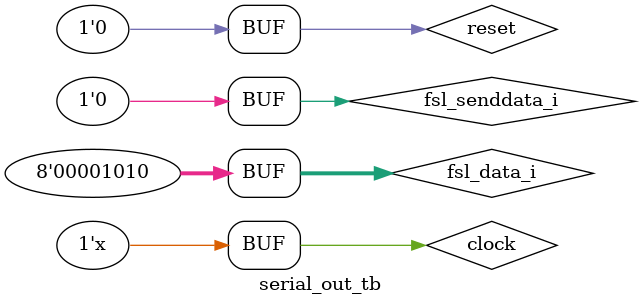
<source format=v>

`timescale 1 ns / 100 ps

module serial_out(
    clk, 
    rst, 
    data_size_i,
    data_i,
    start_i,
    serial_o,
    ready_o,
    bit_sync_o);
    
    parameter clk_freq = 100000000;
    parameter data_rate = 115200;
    parameter bit_length = clk_freq / data_rate;
    parameter delay_size = 32;  // Must be large enough to store bit_length
    parameter max_data_size = 8;
    parameter data_size_size = 4; // Must be large enough to store max_data_size
    parameter use_start = 1;
    parameter use_stop = 1;
    parameter use_parity = 0;
    parameter stop_value = 1;
    parameter parity_is_odd = 1;
    
    input clk, rst;
    input[data_size_size-1:0] data_size_i;
    input[max_data_size-1:0] data_i;
    input start_i;
    output serial_o;
    output ready_o;
    output bit_sync_o;
    
    reg[2:0] state;
    reg[data_size_size-1:0] data_size;
    reg[max_data_size-1:0] data;
    reg[delay_size-1:0] delay;
    reg[max_data_size-1:0] num_sent;
    reg serial_o;
    reg bit_sync_o;
    
    parameter state_wait_for_start = 3'd0;
    parameter state_send_start = 3'd1;
    parameter state_send_bit = 3'd2;
    parameter state_send_parity = 3'd3;
    parameter state_send_stop = 3'd4;
    
    assign ready_o = 
        (state == state_wait_for_start || state == state_send_stop && delay == 1) && !start_i;
    
    always @(posedge clk) begin
        bit_sync_o <= 0;
    
        if(rst) begin
            state <= state_wait_for_start;
        end else begin
            delay <= delay - 1;
            
            case(state)
                state_wait_for_start: begin
                    serial_o <= stop_value;
                    if(start_i) begin
                        data_size <= data_size_i;
                        data <= data_i;
                        num_sent <= 0;
                        if(use_start) begin
                            serial_o <= ~stop_value;
                            delay <= bit_length - 1;
                            state <= state_send_start;
                        end else begin
                            serial_o <= data_i[0];
                            delay <= bit_length - 1;
                            state <= state_send_bit;
                        end
                    end
                end
                state_send_start: begin
                    serial_o <= ~stop_value;
                    if(delay == 1) begin
                        delay <= bit_length;
                        state <= state_send_bit;
                    end
                end
                state_send_bit: begin
                    serial_o <= data[0];
                    if(delay == bit_length - 2)
                        bit_sync_o <= 1;
                    if(delay == 1) begin
                        delay <= bit_length;
                        data <= data >> 1;
                        num_sent <= num_sent + 1;
                        if(num_sent == data_size - 1)
                            if(use_parity)
                                state <= state_send_parity;
                            else if(use_stop)
                                state <= state_send_stop;
                            else
                                state <= state_wait_for_start;
                    end
                end
                state_send_parity: begin
                    serial_o <= (^data[0]) ^ parity_is_odd;
                    if(delay == 1) begin
                        delay <= bit_length;
                        state <= state_send_stop;
                    end
                end
                state_send_stop: begin
                    serial_o <= stop_value;
                    if(delay == 1) begin
                        delay <= bit_length;
                        state <= state_wait_for_start;
                    end
                end
            endcase
        end
    end
endmodule // serial_out

///////////////////////////////////////////////////////////////////////////////

module serial_out_tb ( );

reg clock, reset;
reg [7:0] fsl_data_i;
reg       fsl_senddata_i;
wire      rs232_tx_data_o;
wire      rs232_tx_ready;

initial begin
	clock <= 1'b0;
	reset <= 1'b1;
	fsl_data_i <= 8'h00;
	fsl_senddata_i <= 1'b0;

	#1000 reset <= 1'b0;
	#1000 fsl_data_i <= 8'h0A;
	      fsl_senddata_i <= 1'b1;
    #60   fsl_senddata_i <= 1'b0;
end

always begin
	#10 clock <= ~clock;
end

// Serial Out Module
    serial_out
    #(
        .clk_freq(50000000),
        .data_rate(115200))
    serial_out0(
        .clk(clock), 
        .rst(reset), 
        .data_size_i(8),
        .data_i(fsl_data_i),			// data to send out serially
        .start_i(fsl_senddata_i),		// start sending trigger
        .serial_o(rs232_tx_data_o),		// serial output line
        .ready_o(rs232_tx_ready)		// serial out !busy
	);

endmodule

</source>
